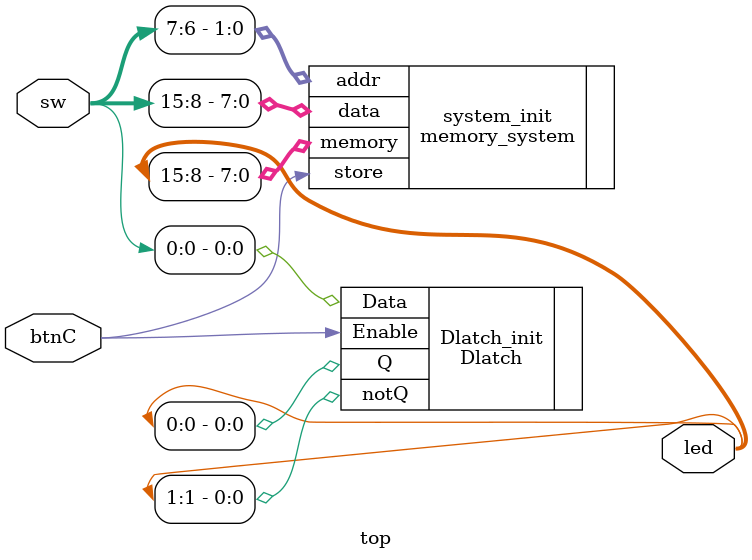
<source format=v>
`timescale 1ns / 1ps

module top(
       input [15:0]sw,
       input btnC,
       output [15:0] led
    );
    
    Dlatch Dlatch_init(
        .Data(sw[0]),
        .Enable(btnC),
        .Q(led[0]),
        .notQ(led[1])
    );
    //call the memory system here
   
   memory_system system_init(
    .data(sw[15:8]),
    .store(btnC),
    .addr(sw[7:6]),
    .memory(led[15:8])
   );
endmodule

</source>
